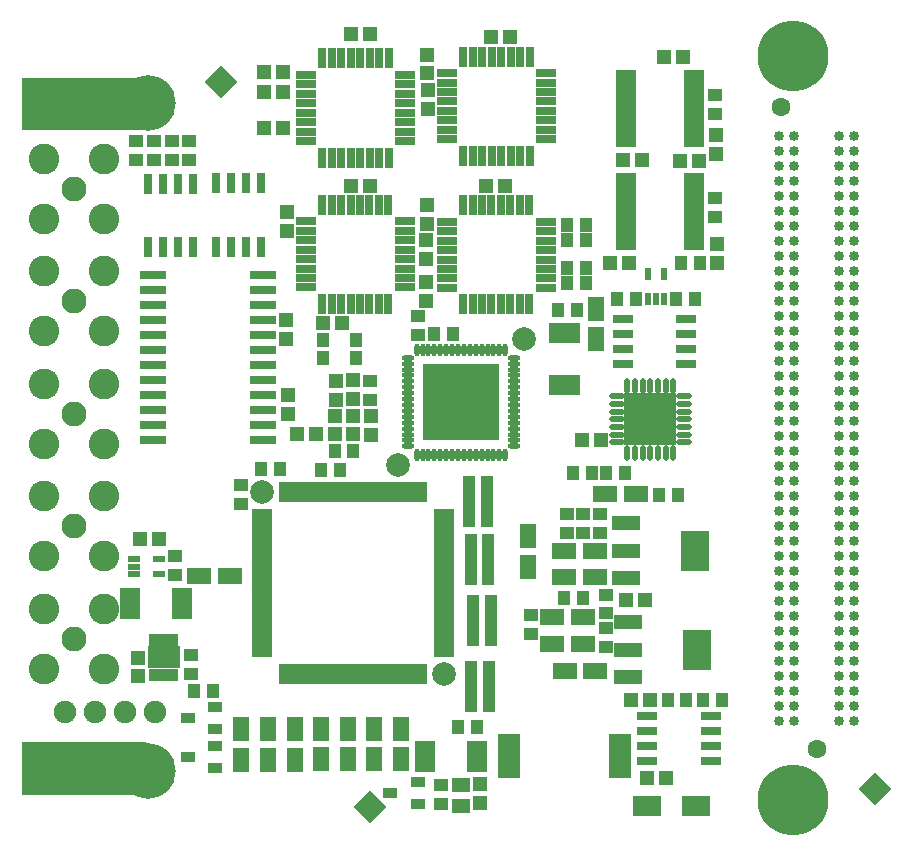
<source format=gts>
%FSLAX25Y25*%
%MOIN*%
G70*
G01*
G75*
G04 Layer_Color=8388736*
%ADD10R,0.03740X0.03937*%
%ADD11R,0.03937X0.03543*%
%ADD12R,0.03937X0.03740*%
%ADD13R,0.05906X0.01772*%
%ADD14R,0.03347X0.01772*%
%ADD15R,0.03347X0.01181*%
%ADD16R,0.02362X0.06102*%
%ADD17R,0.03543X0.03937*%
%ADD18R,0.03543X0.04331*%
%ADD19R,0.01575X0.03543*%
%ADD20R,0.07874X0.02362*%
%ADD21R,0.07087X0.04921*%
%ADD22R,0.03543X0.01575*%
%ADD23O,0.04331X0.01378*%
%ADD24O,0.01378X0.04331*%
%ADD25R,0.16535X0.16535*%
%ADD26R,0.04134X0.02559*%
%ADD27R,0.01181X0.05906*%
%ADD28R,0.05906X0.01181*%
%ADD29C,0.03937*%
%ADD30O,0.03347X0.01181*%
%ADD31O,0.01181X0.03347*%
%ADD32R,0.25000X0.25000*%
%ADD33R,0.08661X0.06102*%
%ADD34R,0.07008X0.14016*%
%ADD35R,0.05906X0.02165*%
%ADD36R,0.02165X0.05906*%
%ADD37C,0.02520*%
%ADD38R,0.09843X0.06890*%
%ADD39R,0.01181X0.03347*%
%ADD40R,0.08465X0.03740*%
%ADD41R,0.08465X0.12795*%
%ADD42R,0.04921X0.07087*%
%ADD43R,0.05512X0.04134*%
%ADD44R,0.06102X0.02362*%
%ADD45P,0.05568X4X360.0*%
%ADD46P,0.05568X4X270.0*%
%ADD47R,0.01772X0.05906*%
%ADD48C,0.00600*%
%ADD49C,0.01000*%
%ADD50C,0.01200*%
%ADD51C,0.00800*%
%ADD52C,0.03000*%
%ADD53C,0.01500*%
%ADD54C,0.02000*%
%ADD55C,0.00820*%
%ADD56C,0.04000*%
%ADD57C,0.02400*%
%ADD58C,0.00500*%
%ADD59C,0.06693*%
%ADD60C,0.09449*%
%ADD61C,0.07480*%
%ADD62C,0.17716*%
%ADD63C,0.22835*%
%ADD64C,0.02400*%
%ADD65R,0.08000X0.32000*%
%ADD66R,0.08000X0.08000*%
%ADD67C,0.05137*%
%ADD68C,0.07893*%
%ADD69C,0.05924*%
%ADD70C,0.11830*%
%ADD71C,0.06318*%
%ADD72R,0.08000X0.24000*%
%ADD73R,0.08000X0.16000*%
G04:AMPARAMS|DCode=74|XSize=99.37mil|YSize=99.37mil|CornerRadius=0mil|HoleSize=0mil|Usage=FLASHONLY|Rotation=0.000|XOffset=0mil|YOffset=0mil|HoleType=Round|Shape=Relief|Width=30mil|Gap=10mil|Entries=4|*
%AMTHD74*
7,0,0,0.09937,0.07937,0.03000,45*
%
%ADD74THD74*%
G04:AMPARAMS|DCode=75|XSize=126.929mil|YSize=126.929mil|CornerRadius=0mil|HoleSize=0mil|Usage=FLASHONLY|Rotation=0.000|XOffset=0mil|YOffset=0mil|HoleType=Round|Shape=Relief|Width=30mil|Gap=10mil|Entries=4|*
%AMTHD75*
7,0,0,0.12693,0.10693,0.03000,45*
%
%ADD75THD75*%
G04:AMPARAMS|DCode=76|XSize=166.299mil|YSize=166.299mil|CornerRadius=0mil|HoleSize=0mil|Usage=FLASHONLY|Rotation=0.000|XOffset=0mil|YOffset=0mil|HoleType=Round|Shape=Relief|Width=30mil|Gap=10mil|Entries=4|*
%AMTHD76*
7,0,0,0.16630,0.14630,0.03000,45*
%
%ADD76THD76*%
%ADD77R,0.06890X0.06102*%
%ADD78R,0.04134X0.05512*%
%ADD79R,0.04528X0.05709*%
%ADD80C,0.04724*%
%ADD81R,0.04528X0.07087*%
%ADD82R,0.05709X0.04528*%
%ADD83R,0.02559X0.04134*%
%ADD84R,0.13583X0.05118*%
%ADD85C,0.01969*%
%ADD86C,0.00984*%
%ADD87C,0.02362*%
%ADD88C,0.00394*%
%ADD89C,0.00787*%
%ADD90C,0.00700*%
%ADD91C,0.00799*%
%ADD92C,0.01181*%
%ADD93R,0.10472X0.10472*%
%ADD94C,0.00000*%
%ADD95P,0.00000X4X360.0*%
%ADD96P,0.00000X4X270.0*%
%ADD97R,0.04540X0.04737*%
%ADD98R,0.04737X0.04343*%
%ADD99R,0.04737X0.04540*%
%ADD100R,0.06706X0.02572*%
%ADD101R,0.04147X0.02572*%
%ADD102R,0.04147X0.01981*%
%ADD103R,0.03162X0.06902*%
%ADD104R,0.04343X0.04737*%
%ADD105R,0.04343X0.05131*%
%ADD106R,0.02375X0.04343*%
%ADD107R,0.08674X0.03162*%
%ADD108R,0.07887X0.05721*%
%ADD109R,0.04343X0.02375*%
%ADD110O,0.05131X0.02178*%
%ADD111O,0.02178X0.05131*%
%ADD112R,0.17335X0.17335*%
%ADD113R,0.04934X0.03359*%
%ADD114R,0.01981X0.06706*%
%ADD115R,0.06706X0.01981*%
%ADD116C,0.07874*%
%ADD117O,0.04147X0.01981*%
%ADD118O,0.01981X0.04147*%
%ADD119R,0.25800X0.25800*%
%ADD120R,0.09461X0.06902*%
%ADD121R,0.07808X0.14816*%
%ADD122R,0.06706X0.02965*%
%ADD123R,0.02965X0.06706*%
%ADD124C,0.03320*%
%ADD125R,0.10642X0.07690*%
%ADD126R,0.01981X0.04147*%
%ADD127R,0.09265X0.04540*%
%ADD128R,0.09265X0.13595*%
%ADD129R,0.05721X0.07887*%
%ADD130R,0.06312X0.04934*%
%ADD131R,0.06902X0.03162*%
%ADD132P,0.11136X4X360.0*%
%ADD133P,0.11136X4X270.0*%
%ADD134R,0.02572X0.06706*%
%ADD135C,0.07493*%
%ADD136C,0.10249*%
%ADD137C,0.08280*%
%ADD138C,0.18517*%
%ADD139C,0.23635*%
%ADD140C,0.06299*%
G36*
X-231100Y-114700D02*
X-272600D01*
Y-97200D01*
X-231100D01*
Y-114700D01*
D02*
G37*
G36*
Y106800D02*
X-272600D01*
Y124300D01*
X-231100D01*
Y106800D01*
D02*
G37*
D97*
X-52350Y131300D02*
D03*
X-58650D02*
D03*
X-53050Y96700D02*
D03*
X-46750D02*
D03*
X-65950Y97000D02*
D03*
X-72250D02*
D03*
X-172250Y42400D02*
D03*
X-165950D02*
D03*
X-185650Y126100D02*
D03*
X-191950D02*
D03*
X-174450Y5400D02*
D03*
X-180750D02*
D03*
X-64750Y-49900D02*
D03*
X-71050D02*
D03*
X-63150Y-83000D02*
D03*
X-69450D02*
D03*
X-162050Y11500D02*
D03*
X-168350D02*
D03*
X-162050Y5400D02*
D03*
X-168350D02*
D03*
X-156650Y138800D02*
D03*
X-162950D02*
D03*
X-191750Y107500D02*
D03*
X-185450D02*
D03*
X-109950Y137800D02*
D03*
X-116250D02*
D03*
X-70150Y62600D02*
D03*
X-76450D02*
D03*
X-111450Y88200D02*
D03*
X-117750D02*
D03*
X-156650Y88100D02*
D03*
X-162950D02*
D03*
X-191950Y119700D02*
D03*
X-185650D02*
D03*
X-57850Y-109200D02*
D03*
X-64150D02*
D03*
X-226950Y-29400D02*
D03*
X-233250D02*
D03*
X-79450Y3500D02*
D03*
X-85750D02*
D03*
D98*
X-41500Y77850D02*
D03*
Y84150D02*
D03*
X-41400Y118650D02*
D03*
Y112350D02*
D03*
X-222600Y103250D02*
D03*
Y96950D02*
D03*
X-234500Y103250D02*
D03*
Y96950D02*
D03*
X-216700D02*
D03*
Y103250D02*
D03*
X-228600Y96950D02*
D03*
Y103250D02*
D03*
X-216300Y-68250D02*
D03*
Y-74550D02*
D03*
X-156400Y17050D02*
D03*
Y23350D02*
D03*
X-132800Y-111450D02*
D03*
Y-117750D02*
D03*
X-221400Y-41350D02*
D03*
Y-35050D02*
D03*
X-90900Y-21050D02*
D03*
Y-27350D02*
D03*
X-103000Y-54650D02*
D03*
Y-60950D02*
D03*
X-78000Y-54250D02*
D03*
Y-47950D02*
D03*
X-85400Y-27450D02*
D03*
Y-21150D02*
D03*
X-78000Y-65550D02*
D03*
Y-59250D02*
D03*
X-79700Y-27450D02*
D03*
Y-21150D02*
D03*
X-199400Y-17850D02*
D03*
Y-11550D02*
D03*
X-140500Y38650D02*
D03*
Y44950D02*
D03*
D99*
X-41300Y98950D02*
D03*
Y105250D02*
D03*
X-183900Y18650D02*
D03*
Y12350D02*
D03*
X-137700Y56150D02*
D03*
Y49850D02*
D03*
X-137300Y120150D02*
D03*
Y113850D02*
D03*
X-40700Y68850D02*
D03*
Y62550D02*
D03*
X-119900Y-111250D02*
D03*
Y-117550D02*
D03*
X-156300Y11650D02*
D03*
Y5350D02*
D03*
X-162200Y17250D02*
D03*
Y23550D02*
D03*
X-167900Y23350D02*
D03*
Y17050D02*
D03*
X-137400Y132050D02*
D03*
Y125750D02*
D03*
X-184200Y79550D02*
D03*
Y73250D02*
D03*
X-137700Y64050D02*
D03*
Y70350D02*
D03*
X-137600Y81750D02*
D03*
Y75450D02*
D03*
X-184500Y37250D02*
D03*
Y43550D02*
D03*
X-233900Y-68950D02*
D03*
Y-75250D02*
D03*
D100*
X-71217Y102684D02*
D03*
Y105243D02*
D03*
Y107802D02*
D03*
Y110361D02*
D03*
Y112920D02*
D03*
Y115480D02*
D03*
Y118039D02*
D03*
Y120598D02*
D03*
Y123157D02*
D03*
Y125716D02*
D03*
X-48383D02*
D03*
Y123157D02*
D03*
Y120598D02*
D03*
Y118039D02*
D03*
Y115480D02*
D03*
Y112920D02*
D03*
Y110361D02*
D03*
Y107802D02*
D03*
Y105243D02*
D03*
Y102684D02*
D03*
X-120939Y-105639D02*
D03*
Y-103079D02*
D03*
Y-100521D02*
D03*
Y-97961D02*
D03*
X-138261D02*
D03*
Y-100521D02*
D03*
Y-103079D02*
D03*
Y-105639D02*
D03*
X-219039Y-54739D02*
D03*
Y-52179D02*
D03*
Y-49621D02*
D03*
Y-47061D02*
D03*
X-236361D02*
D03*
Y-49621D02*
D03*
Y-52179D02*
D03*
Y-54739D02*
D03*
X-48483Y68184D02*
D03*
Y70743D02*
D03*
Y73302D02*
D03*
Y75861D02*
D03*
Y78421D02*
D03*
Y80980D02*
D03*
Y83539D02*
D03*
Y86098D02*
D03*
Y88657D02*
D03*
Y91216D02*
D03*
X-71317D02*
D03*
Y88657D02*
D03*
Y86098D02*
D03*
Y83539D02*
D03*
Y80980D02*
D03*
Y78421D02*
D03*
Y75861D02*
D03*
Y73302D02*
D03*
Y70743D02*
D03*
Y68184D02*
D03*
D101*
X-116247Y-49515D02*
D03*
Y-63885D02*
D03*
X-122153D02*
D03*
Y-49515D02*
D03*
X-117047Y-29015D02*
D03*
Y-43385D02*
D03*
X-122953D02*
D03*
Y-29015D02*
D03*
X-117547Y-9615D02*
D03*
Y-23985D02*
D03*
X-123453D02*
D03*
Y-9615D02*
D03*
X-116947Y-71415D02*
D03*
Y-85785D02*
D03*
X-122853D02*
D03*
Y-71415D02*
D03*
D102*
X-116247Y-51779D02*
D03*
Y-53747D02*
D03*
Y-55716D02*
D03*
Y-57684D02*
D03*
Y-59653D02*
D03*
Y-61621D02*
D03*
X-122153D02*
D03*
Y-59653D02*
D03*
Y-57684D02*
D03*
Y-55716D02*
D03*
Y-53747D02*
D03*
Y-51779D02*
D03*
X-117047Y-31279D02*
D03*
Y-33247D02*
D03*
Y-35216D02*
D03*
Y-37184D02*
D03*
Y-39153D02*
D03*
Y-41121D02*
D03*
X-122953D02*
D03*
Y-39153D02*
D03*
Y-37184D02*
D03*
Y-35216D02*
D03*
Y-33247D02*
D03*
Y-31279D02*
D03*
X-117547Y-11879D02*
D03*
Y-13847D02*
D03*
Y-15816D02*
D03*
Y-17784D02*
D03*
Y-19753D02*
D03*
Y-21721D02*
D03*
X-123453D02*
D03*
Y-19753D02*
D03*
Y-17784D02*
D03*
Y-15816D02*
D03*
Y-13847D02*
D03*
Y-11879D02*
D03*
X-116947Y-73679D02*
D03*
Y-75647D02*
D03*
Y-77616D02*
D03*
Y-79584D02*
D03*
Y-81553D02*
D03*
Y-83521D02*
D03*
X-122853D02*
D03*
Y-81553D02*
D03*
Y-79584D02*
D03*
Y-77616D02*
D03*
Y-75647D02*
D03*
Y-73679D02*
D03*
D103*
X-193000Y89230D02*
D03*
X-198000D02*
D03*
X-203000D02*
D03*
X-208000D02*
D03*
X-193000Y67970D02*
D03*
X-198000D02*
D03*
X-203000D02*
D03*
X-208000D02*
D03*
X-215500Y89030D02*
D03*
X-220500D02*
D03*
X-225500D02*
D03*
X-230500D02*
D03*
X-215500Y67770D02*
D03*
X-220500D02*
D03*
X-225500D02*
D03*
X-230500D02*
D03*
D104*
X-215150Y-80000D02*
D03*
X-208850D02*
D03*
X-93950Y47000D02*
D03*
X-87650D02*
D03*
X-52750Y62500D02*
D03*
X-46450D02*
D03*
X-90750Y55800D02*
D03*
X-84450D02*
D03*
X-84450Y60800D02*
D03*
X-90750D02*
D03*
X-84450Y70200D02*
D03*
X-90750D02*
D03*
X-90750Y75200D02*
D03*
X-84450D02*
D03*
X-71650Y-7400D02*
D03*
X-77950D02*
D03*
X-67950Y50700D02*
D03*
X-74250D02*
D03*
X-54450Y50500D02*
D03*
X-48150D02*
D03*
X-168350Y-100D02*
D03*
X-162050D02*
D03*
X-85450Y-49000D02*
D03*
X-91750D02*
D03*
X-60250Y-14900D02*
D03*
X-53950D02*
D03*
X-186450Y-6200D02*
D03*
X-192750D02*
D03*
X-128950Y38800D02*
D03*
X-135250D02*
D03*
X-88950Y-7400D02*
D03*
X-82650D02*
D03*
X-166650Y-6600D02*
D03*
X-172950D02*
D03*
X-39350Y-83200D02*
D03*
X-45650D02*
D03*
X-51050D02*
D03*
X-57350D02*
D03*
X-120950Y-92000D02*
D03*
X-127250D02*
D03*
D105*
X-172330Y31047D02*
D03*
X-161070D02*
D03*
Y36953D02*
D03*
X-172330D02*
D03*
D106*
X-63759Y58734D02*
D03*
X-58641D02*
D03*
Y50466D02*
D03*
X-61200D02*
D03*
X-63759D02*
D03*
D107*
X-192293Y18700D02*
D03*
Y13700D02*
D03*
X-228907Y23700D02*
D03*
Y18700D02*
D03*
Y13700D02*
D03*
Y8700D02*
D03*
Y3700D02*
D03*
X-192293D02*
D03*
Y8700D02*
D03*
X-228907Y28700D02*
D03*
Y33700D02*
D03*
Y38700D02*
D03*
Y43700D02*
D03*
Y48700D02*
D03*
Y53700D02*
D03*
Y58700D02*
D03*
X-192293Y23700D02*
D03*
Y28700D02*
D03*
Y33700D02*
D03*
Y38700D02*
D03*
Y43700D02*
D03*
Y48700D02*
D03*
Y53700D02*
D03*
Y58700D02*
D03*
D108*
X-81682Y-33400D02*
D03*
X-91918D02*
D03*
X-85682Y-55400D02*
D03*
X-95918D02*
D03*
X-91918Y-42200D02*
D03*
X-81682D02*
D03*
X-91618Y-73600D02*
D03*
X-81382D02*
D03*
X-95918Y-64500D02*
D03*
X-85682D02*
D03*
X-213418Y-41800D02*
D03*
X-203182D02*
D03*
X-67882Y-14500D02*
D03*
X-78118D02*
D03*
D109*
X-226766Y-36141D02*
D03*
Y-41259D02*
D03*
X-235034D02*
D03*
Y-38700D02*
D03*
Y-36141D02*
D03*
D110*
X-74321Y18077D02*
D03*
Y15518D02*
D03*
Y12959D02*
D03*
Y10400D02*
D03*
Y7841D02*
D03*
Y5282D02*
D03*
Y2723D02*
D03*
X-51880D02*
D03*
Y5282D02*
D03*
Y7841D02*
D03*
Y10400D02*
D03*
Y12959D02*
D03*
Y15518D02*
D03*
Y18077D02*
D03*
D111*
X-70777Y-821D02*
D03*
X-68218D02*
D03*
X-65659D02*
D03*
X-63100D02*
D03*
X-60541D02*
D03*
X-57982D02*
D03*
X-55423D02*
D03*
Y21621D02*
D03*
X-57982D02*
D03*
X-60541D02*
D03*
X-63100D02*
D03*
X-65659D02*
D03*
X-68218D02*
D03*
X-70777D02*
D03*
D112*
X-63100Y10400D02*
D03*
D113*
X-149728Y-114200D02*
D03*
X-140672Y-110460D02*
D03*
Y-117940D02*
D03*
X-217328Y-89100D02*
D03*
X-208272Y-85360D02*
D03*
Y-92840D02*
D03*
Y-105940D02*
D03*
Y-98460D02*
D03*
X-217328Y-102200D02*
D03*
D114*
X-185839Y-74330D02*
D03*
X-183870D02*
D03*
X-181902D02*
D03*
X-179933D02*
D03*
X-177965D02*
D03*
X-175996D02*
D03*
X-174028D02*
D03*
X-172059D02*
D03*
X-170091D02*
D03*
X-168122D02*
D03*
X-166154D02*
D03*
X-164185D02*
D03*
X-162216D02*
D03*
X-160248D02*
D03*
X-158280D02*
D03*
X-156311D02*
D03*
X-154342D02*
D03*
X-152374D02*
D03*
X-150406D02*
D03*
X-148437D02*
D03*
X-146468D02*
D03*
X-144500D02*
D03*
X-142532D02*
D03*
X-140563D02*
D03*
X-138594D02*
D03*
Y-13700D02*
D03*
X-140563D02*
D03*
X-142532D02*
D03*
X-144500D02*
D03*
X-146468D02*
D03*
X-148437D02*
D03*
X-150406D02*
D03*
X-152374D02*
D03*
X-154342D02*
D03*
X-156311D02*
D03*
X-158280D02*
D03*
X-160248D02*
D03*
X-162216D02*
D03*
X-164185D02*
D03*
X-166154D02*
D03*
X-168122D02*
D03*
X-170091D02*
D03*
X-172059D02*
D03*
X-174028D02*
D03*
X-175996D02*
D03*
X-177965D02*
D03*
X-179933D02*
D03*
X-181902D02*
D03*
X-183870D02*
D03*
X-185839D02*
D03*
D115*
X-131902Y-67637D02*
D03*
Y-65668D02*
D03*
Y-63700D02*
D03*
Y-61731D02*
D03*
Y-59763D02*
D03*
Y-57794D02*
D03*
Y-55826D02*
D03*
Y-53857D02*
D03*
Y-51889D02*
D03*
Y-49920D02*
D03*
Y-47952D02*
D03*
Y-45983D02*
D03*
Y-44015D02*
D03*
Y-42046D02*
D03*
Y-40078D02*
D03*
Y-38109D02*
D03*
Y-36141D02*
D03*
Y-34172D02*
D03*
Y-32204D02*
D03*
Y-30235D02*
D03*
Y-28267D02*
D03*
Y-26298D02*
D03*
Y-24330D02*
D03*
Y-22361D02*
D03*
Y-20393D02*
D03*
X-192532D02*
D03*
Y-22361D02*
D03*
Y-24330D02*
D03*
Y-26298D02*
D03*
Y-28267D02*
D03*
Y-30235D02*
D03*
Y-32204D02*
D03*
Y-34172D02*
D03*
Y-36141D02*
D03*
Y-38109D02*
D03*
Y-40078D02*
D03*
Y-42046D02*
D03*
Y-44015D02*
D03*
Y-45983D02*
D03*
Y-47952D02*
D03*
Y-49920D02*
D03*
Y-51889D02*
D03*
Y-53857D02*
D03*
Y-55826D02*
D03*
Y-57794D02*
D03*
Y-59763D02*
D03*
Y-61731D02*
D03*
Y-63700D02*
D03*
Y-65668D02*
D03*
Y-67637D02*
D03*
D116*
Y-13700D02*
D03*
X-131902Y-74330D02*
D03*
X-105334Y37066D02*
D03*
X-147066Y-4666D02*
D03*
D117*
X-143720Y30964D02*
D03*
Y28995D02*
D03*
Y27027D02*
D03*
Y25058D02*
D03*
Y23090D02*
D03*
Y21121D02*
D03*
Y19153D02*
D03*
Y17184D02*
D03*
Y15216D02*
D03*
Y13247D02*
D03*
Y11279D02*
D03*
Y9310D02*
D03*
Y7342D02*
D03*
Y5373D02*
D03*
Y3405D02*
D03*
Y1436D02*
D03*
X-108680D02*
D03*
Y3405D02*
D03*
Y5373D02*
D03*
Y7342D02*
D03*
Y9310D02*
D03*
Y11279D02*
D03*
Y13247D02*
D03*
Y15216D02*
D03*
Y17184D02*
D03*
Y19153D02*
D03*
Y21121D02*
D03*
Y23090D02*
D03*
Y25058D02*
D03*
Y27027D02*
D03*
Y28995D02*
D03*
Y30964D02*
D03*
D118*
X-140964Y-1320D02*
D03*
X-138995D02*
D03*
X-137027D02*
D03*
X-135058D02*
D03*
X-133090D02*
D03*
X-131121D02*
D03*
X-129153D02*
D03*
X-127184D02*
D03*
X-125216D02*
D03*
X-123247D02*
D03*
X-121279D02*
D03*
X-119310D02*
D03*
X-117342D02*
D03*
X-115373D02*
D03*
X-113405D02*
D03*
X-111436D02*
D03*
Y33720D02*
D03*
X-113405D02*
D03*
X-115373D02*
D03*
X-117342D02*
D03*
X-119310D02*
D03*
X-121279D02*
D03*
X-123247D02*
D03*
X-125216D02*
D03*
X-127184D02*
D03*
X-129153D02*
D03*
X-131121D02*
D03*
X-133090D02*
D03*
X-135058D02*
D03*
X-137027D02*
D03*
X-138995D02*
D03*
X-140964D02*
D03*
D119*
X-126200Y16200D02*
D03*
D120*
X-64071Y-118500D02*
D03*
X-47929D02*
D03*
D121*
X-73096Y-101700D02*
D03*
X-110104D02*
D03*
D122*
X-97839Y103812D02*
D03*
Y106961D02*
D03*
Y110111D02*
D03*
Y113261D02*
D03*
Y116410D02*
D03*
Y119560D02*
D03*
Y122709D02*
D03*
Y125859D02*
D03*
X-130910D02*
D03*
Y122709D02*
D03*
Y119560D02*
D03*
Y116410D02*
D03*
Y113261D02*
D03*
Y110111D02*
D03*
Y106961D02*
D03*
Y103812D02*
D03*
X-144800Y103202D02*
D03*
Y106352D02*
D03*
Y109502D02*
D03*
Y112651D02*
D03*
Y115801D02*
D03*
Y118950D02*
D03*
Y122100D02*
D03*
Y125250D02*
D03*
X-177871D02*
D03*
Y122100D02*
D03*
Y118950D02*
D03*
Y115801D02*
D03*
Y112651D02*
D03*
Y109502D02*
D03*
Y106352D02*
D03*
Y103202D02*
D03*
X-144900Y54402D02*
D03*
Y57552D02*
D03*
Y60702D02*
D03*
Y63851D02*
D03*
Y67001D02*
D03*
Y70150D02*
D03*
Y73300D02*
D03*
Y76450D02*
D03*
X-177971D02*
D03*
Y73300D02*
D03*
Y70150D02*
D03*
Y67001D02*
D03*
Y63851D02*
D03*
Y60702D02*
D03*
Y57552D02*
D03*
Y54402D02*
D03*
X-97939Y54241D02*
D03*
Y57390D02*
D03*
Y60540D02*
D03*
Y63690D02*
D03*
Y66839D02*
D03*
Y69989D02*
D03*
Y73139D02*
D03*
Y76288D02*
D03*
X-131009D02*
D03*
Y73139D02*
D03*
Y69989D02*
D03*
Y66839D02*
D03*
Y63690D02*
D03*
Y60540D02*
D03*
Y57390D02*
D03*
Y54241D02*
D03*
D123*
X-103351Y131371D02*
D03*
X-106501D02*
D03*
X-109650D02*
D03*
X-112800D02*
D03*
X-115950D02*
D03*
X-119099D02*
D03*
X-122249D02*
D03*
X-125398D02*
D03*
Y98300D02*
D03*
X-122249D02*
D03*
X-119099D02*
D03*
X-115950D02*
D03*
X-112800D02*
D03*
X-109650D02*
D03*
X-106501D02*
D03*
X-103351D02*
D03*
X-150312Y130761D02*
D03*
X-153461D02*
D03*
X-156611D02*
D03*
X-159761D02*
D03*
X-162910D02*
D03*
X-166060D02*
D03*
X-169209D02*
D03*
X-172359D02*
D03*
Y97690D02*
D03*
X-169209D02*
D03*
X-166060D02*
D03*
X-162910D02*
D03*
X-159761D02*
D03*
X-156611D02*
D03*
X-153461D02*
D03*
X-150312D02*
D03*
X-150412Y81961D02*
D03*
X-153561D02*
D03*
X-156711D02*
D03*
X-159861D02*
D03*
X-163010D02*
D03*
X-166160D02*
D03*
X-169309D02*
D03*
X-172459D02*
D03*
Y48891D02*
D03*
X-169309D02*
D03*
X-166160D02*
D03*
X-163010D02*
D03*
X-159861D02*
D03*
X-156711D02*
D03*
X-153561D02*
D03*
X-150412D02*
D03*
X-103450Y81800D02*
D03*
X-106600D02*
D03*
X-109750D02*
D03*
X-112899D02*
D03*
X-116049D02*
D03*
X-119198D02*
D03*
X-122348D02*
D03*
X-125498D02*
D03*
Y48729D02*
D03*
X-122348D02*
D03*
X-119198D02*
D03*
X-116049D02*
D03*
X-112899D02*
D03*
X-109750D02*
D03*
X-106600D02*
D03*
X-103450D02*
D03*
D124*
X-20029Y105019D02*
D03*
Y100019D02*
D03*
Y95019D02*
D03*
Y90019D02*
D03*
Y85019D02*
D03*
Y80019D02*
D03*
Y75019D02*
D03*
Y70019D02*
D03*
Y65019D02*
D03*
Y60019D02*
D03*
Y55019D02*
D03*
Y50019D02*
D03*
Y45019D02*
D03*
Y40019D02*
D03*
Y35019D02*
D03*
Y30019D02*
D03*
Y25019D02*
D03*
Y20019D02*
D03*
Y15019D02*
D03*
Y10019D02*
D03*
Y5019D02*
D03*
Y19D02*
D03*
Y-4981D02*
D03*
Y-9981D02*
D03*
Y-14981D02*
D03*
Y-19981D02*
D03*
Y-24981D02*
D03*
Y-29981D02*
D03*
Y-34981D02*
D03*
Y-39981D02*
D03*
Y-44981D02*
D03*
Y-49981D02*
D03*
Y-54981D02*
D03*
Y-59981D02*
D03*
Y-64981D02*
D03*
Y-69981D02*
D03*
Y-74981D02*
D03*
Y-79981D02*
D03*
Y-84981D02*
D03*
Y-89981D02*
D03*
X-15029Y105019D02*
D03*
Y100019D02*
D03*
Y95019D02*
D03*
Y90019D02*
D03*
Y85019D02*
D03*
Y80019D02*
D03*
Y75019D02*
D03*
Y70019D02*
D03*
Y65019D02*
D03*
Y60019D02*
D03*
Y55019D02*
D03*
Y50019D02*
D03*
Y45019D02*
D03*
Y40019D02*
D03*
Y35019D02*
D03*
Y30019D02*
D03*
Y25019D02*
D03*
Y20019D02*
D03*
Y15019D02*
D03*
Y10019D02*
D03*
Y5019D02*
D03*
Y19D02*
D03*
Y-4981D02*
D03*
Y-9981D02*
D03*
Y-14981D02*
D03*
Y-19981D02*
D03*
Y-24981D02*
D03*
Y-29981D02*
D03*
Y-34981D02*
D03*
Y-39981D02*
D03*
Y-44981D02*
D03*
Y-49981D02*
D03*
Y-54981D02*
D03*
Y-59981D02*
D03*
Y-64981D02*
D03*
Y-69981D02*
D03*
Y-74981D02*
D03*
Y-79981D02*
D03*
Y-84981D02*
D03*
Y-89981D02*
D03*
X-29Y105019D02*
D03*
Y100019D02*
D03*
Y95019D02*
D03*
Y90019D02*
D03*
Y85019D02*
D03*
Y80019D02*
D03*
Y75019D02*
D03*
Y70019D02*
D03*
Y65019D02*
D03*
Y60019D02*
D03*
Y55019D02*
D03*
Y50019D02*
D03*
Y45019D02*
D03*
Y40019D02*
D03*
Y35019D02*
D03*
Y30019D02*
D03*
Y25019D02*
D03*
Y20019D02*
D03*
Y15019D02*
D03*
Y10019D02*
D03*
Y5019D02*
D03*
Y19D02*
D03*
Y-4981D02*
D03*
Y-9981D02*
D03*
Y-14981D02*
D03*
Y-19981D02*
D03*
Y-24981D02*
D03*
Y-29981D02*
D03*
Y-34981D02*
D03*
Y-39981D02*
D03*
Y-44981D02*
D03*
Y-49981D02*
D03*
Y-54981D02*
D03*
Y-59981D02*
D03*
Y-64981D02*
D03*
Y-69981D02*
D03*
Y-74981D02*
D03*
Y-79981D02*
D03*
Y-84981D02*
D03*
Y-89981D02*
D03*
X4971Y105019D02*
D03*
Y100019D02*
D03*
Y95019D02*
D03*
Y90019D02*
D03*
Y85019D02*
D03*
Y80019D02*
D03*
Y75019D02*
D03*
Y70019D02*
D03*
Y65019D02*
D03*
Y60019D02*
D03*
Y55019D02*
D03*
Y50019D02*
D03*
Y45019D02*
D03*
Y40019D02*
D03*
Y35019D02*
D03*
Y30019D02*
D03*
Y25019D02*
D03*
Y20019D02*
D03*
Y15019D02*
D03*
Y10019D02*
D03*
Y5019D02*
D03*
Y19D02*
D03*
Y-4981D02*
D03*
Y-9981D02*
D03*
Y-14981D02*
D03*
Y-19981D02*
D03*
Y-24981D02*
D03*
Y-29981D02*
D03*
Y-34981D02*
D03*
Y-39981D02*
D03*
Y-44981D02*
D03*
Y-49981D02*
D03*
Y-54981D02*
D03*
Y-59981D02*
D03*
Y-64981D02*
D03*
Y-69981D02*
D03*
Y-74981D02*
D03*
Y-79981D02*
D03*
Y-84981D02*
D03*
Y-89981D02*
D03*
D125*
X-225300Y-68900D02*
D03*
D126*
X-229237Y-74805D02*
D03*
X-227269D02*
D03*
X-225300D02*
D03*
X-223331D02*
D03*
X-221363D02*
D03*
Y-62994D02*
D03*
X-223331D02*
D03*
X-225300D02*
D03*
X-227269D02*
D03*
X-229237D02*
D03*
D127*
X-70417Y-57245D02*
D03*
Y-66300D02*
D03*
Y-75355D02*
D03*
X-71117Y-24245D02*
D03*
Y-33300D02*
D03*
Y-42355D02*
D03*
D128*
X-47583Y-66300D02*
D03*
X-48283Y-33300D02*
D03*
D129*
X-199400Y-103036D02*
D03*
Y-92800D02*
D03*
X-190533Y-103036D02*
D03*
Y-92800D02*
D03*
X-181667Y-103036D02*
D03*
Y-92800D02*
D03*
X-146200Y-102918D02*
D03*
Y-92682D02*
D03*
X-155067Y-102918D02*
D03*
Y-92682D02*
D03*
X-163933Y-102918D02*
D03*
Y-92682D02*
D03*
X-172800D02*
D03*
Y-102918D02*
D03*
X-103800Y-38718D02*
D03*
Y-28482D02*
D03*
X-81200Y47318D02*
D03*
Y37082D02*
D03*
D130*
X-126300Y-111357D02*
D03*
Y-118443D02*
D03*
D131*
X-51070Y29000D02*
D03*
Y34000D02*
D03*
Y39000D02*
D03*
Y44000D02*
D03*
X-72330Y29000D02*
D03*
Y34000D02*
D03*
Y39000D02*
D03*
Y44000D02*
D03*
X-64130Y-88300D02*
D03*
Y-93300D02*
D03*
Y-98300D02*
D03*
Y-103300D02*
D03*
X-42870Y-88300D02*
D03*
Y-93300D02*
D03*
Y-98300D02*
D03*
Y-103300D02*
D03*
D132*
X-206100Y122800D02*
D03*
X-156600Y-118700D02*
D03*
D133*
X11900Y-112700D02*
D03*
D134*
X-87761Y21939D02*
D03*
X-90320D02*
D03*
X-92879D02*
D03*
X-95439D02*
D03*
Y39261D02*
D03*
X-92879D02*
D03*
X-90320D02*
D03*
X-87761D02*
D03*
D135*
X-238100Y-87200D02*
D03*
X-228100D02*
D03*
X-248100D02*
D03*
X-258100D02*
D03*
D136*
X-265100Y77300D02*
D03*
X-245100Y97300D02*
D03*
X-265100D02*
D03*
X-245100Y77300D02*
D03*
Y39800D02*
D03*
X-265100Y59800D02*
D03*
X-245100D02*
D03*
X-265100Y39800D02*
D03*
X-245100Y-35200D02*
D03*
X-265100Y-15200D02*
D03*
X-245100D02*
D03*
X-265100Y-35200D02*
D03*
X-245100Y-72700D02*
D03*
X-265100Y-52700D02*
D03*
X-245100D02*
D03*
X-265100Y-72700D02*
D03*
Y2300D02*
D03*
X-245100Y22300D02*
D03*
X-265100D02*
D03*
X-245100Y2300D02*
D03*
D137*
X-255100Y87300D02*
D03*
Y49800D02*
D03*
Y-25200D02*
D03*
Y-62700D02*
D03*
Y12300D02*
D03*
D138*
X-230364Y116021D02*
D03*
Y-106617D02*
D03*
D139*
X-15403Y131572D02*
D03*
X-15500Y-116500D02*
D03*
D140*
X-19529Y114569D02*
D03*
X-7529Y-99531D02*
D03*
M02*

</source>
